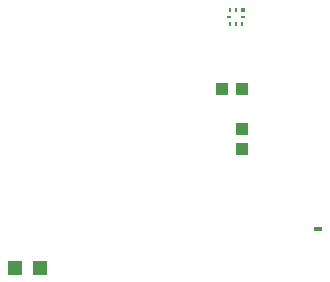
<source format=gbr>
%TF.GenerationSoftware,KiCad,Pcbnew,(6.0.5)*%
%TF.CreationDate,2023-01-16T00:14:01-06:00*%
%TF.ProjectId,NFC_BusinessCard,4e46435f-4275-4736-996e-657373436172,1*%
%TF.SameCoordinates,Original*%
%TF.FileFunction,Paste,Top*%
%TF.FilePolarity,Positive*%
%FSLAX46Y46*%
G04 Gerber Fmt 4.6, Leading zero omitted, Abs format (unit mm)*
G04 Created by KiCad (PCBNEW (6.0.5)) date 2023-01-16 00:14:01*
%MOMM*%
%LPD*%
G01*
G04 APERTURE LIST*
%ADD10R,1.100000X1.000000*%
%ADD11R,0.450000X0.270000*%
%ADD12R,0.370000X0.450000*%
%ADD13R,0.270000X0.450000*%
%ADD14R,0.750000X0.300000*%
%ADD15R,1.200000X1.200000*%
G04 APERTURE END LIST*
D10*
%TO.C,C1*%
X116864614Y-46225255D03*
X115164614Y-46225255D03*
%TD*%
D11*
%TO.C,NT3H1101*%
X115770614Y-40141255D03*
D12*
X116920614Y-39541255D03*
D11*
X116970614Y-40141255D03*
D13*
X115870614Y-39541255D03*
X115870614Y-40741255D03*
X116370614Y-40741255D03*
X116870614Y-40741255D03*
X116370614Y-39541255D03*
%TD*%
D14*
%TO.C,ANT0*%
X123298614Y-58093255D03*
%TD*%
D15*
%TO.C,LED1*%
X99750000Y-61430000D03*
X97650000Y-61430000D03*
%TD*%
D10*
%TO.C,R1*%
X116878614Y-49631255D03*
X116878614Y-51331255D03*
%TD*%
M02*

</source>
